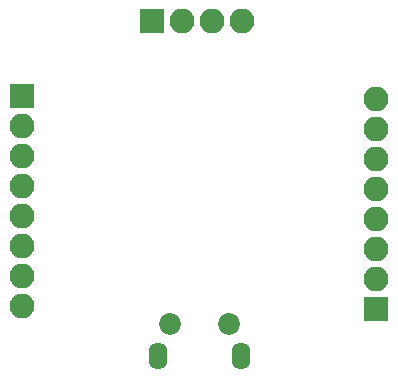
<source format=gbr>
G04 #@! TF.GenerationSoftware,KiCad,Pcbnew,(5.0.0)*
G04 #@! TF.CreationDate,2018-12-27T13:03:48-05:00*
G04 #@! TF.ProjectId,32u2-breakout,333275322D627265616B6F75742E6B69,rev?*
G04 #@! TF.SameCoordinates,Original*
G04 #@! TF.FileFunction,Soldermask,Bot*
G04 #@! TF.FilePolarity,Negative*
%FSLAX46Y46*%
G04 Gerber Fmt 4.6, Leading zero omitted, Abs format (unit mm)*
G04 Created by KiCad (PCBNEW (5.0.0)) date 12/27/18 13:03:48*
%MOMM*%
%LPD*%
G01*
G04 APERTURE LIST*
%ADD10R,2.100000X2.100000*%
%ADD11O,2.100000X2.100000*%
%ADD12C,1.850000*%
%ADD13O,1.600000X2.300000*%
G04 APERTURE END LIST*
D10*
G04 #@! TO.C,J3*
X45974000Y-38608000D03*
D11*
X48514000Y-38608000D03*
X51054000Y-38608000D03*
X53594000Y-38608000D03*
G04 #@! TD*
G04 #@! TO.C,J2*
X35000000Y-62780000D03*
X35000000Y-60240000D03*
X35000000Y-57700000D03*
X35000000Y-55160000D03*
X35000000Y-52620000D03*
X35000000Y-50080000D03*
X35000000Y-47540000D03*
D10*
X35000000Y-45000000D03*
G04 #@! TD*
G04 #@! TO.C,J1*
X65000000Y-63000000D03*
D11*
X65000000Y-60460000D03*
X65000000Y-57920000D03*
X65000000Y-55380000D03*
X65000000Y-52840000D03*
X65000000Y-50300000D03*
X65000000Y-47760000D03*
X65000000Y-45220000D03*
G04 #@! TD*
D12*
G04 #@! TO.C,J4*
X47538000Y-64323500D03*
X52538000Y-64323500D03*
D13*
X46538000Y-67023500D03*
X53538000Y-67023500D03*
G04 #@! TD*
M02*

</source>
